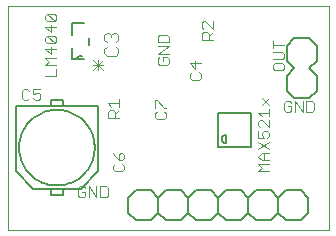
<source format=gto>
G75*
%MOIN*%
%OFA0B0*%
%FSLAX24Y24*%
%IPPOS*%
%LPD*%
%AMOC8*
5,1,8,0,0,1.08239X$1,22.5*
%
%ADD10C,0.0000*%
%ADD11C,0.0030*%
%ADD12C,0.0080*%
%ADD13C,0.0060*%
%ADD14C,0.0040*%
%ADD15C,0.0050*%
D10*
X000100Y000100D02*
X000100Y007588D01*
X010785Y007588D01*
X010785Y000100D01*
X000100Y000100D01*
D11*
X002434Y001259D02*
X002496Y001198D01*
X002619Y001198D01*
X002681Y001259D01*
X002681Y001383D01*
X002557Y001383D01*
X002434Y001506D02*
X002434Y001259D01*
X002434Y001506D02*
X002496Y001568D01*
X002619Y001568D01*
X002681Y001506D01*
X002802Y001568D02*
X003049Y001198D01*
X003049Y001568D01*
X003171Y001568D02*
X003356Y001568D01*
X003417Y001506D01*
X003417Y001259D01*
X003356Y001198D01*
X003171Y001198D01*
X003171Y001568D01*
X002802Y001568D02*
X002802Y001198D01*
X003662Y002076D02*
X003909Y002076D01*
X003971Y002137D01*
X003971Y002261D01*
X003909Y002323D01*
X003909Y002444D02*
X003786Y002444D01*
X003786Y002629D01*
X003847Y002691D01*
X003909Y002691D01*
X003971Y002629D01*
X003971Y002506D01*
X003909Y002444D01*
X003786Y002444D02*
X003662Y002567D01*
X003601Y002691D01*
X003662Y002323D02*
X003601Y002261D01*
X003601Y002137D01*
X003662Y002076D01*
X005062Y003815D02*
X005309Y003815D01*
X005371Y003877D01*
X005371Y004001D01*
X005309Y004062D01*
X005309Y004184D02*
X005371Y004184D01*
X005309Y004184D02*
X005062Y004431D01*
X005001Y004431D01*
X005001Y004184D01*
X005062Y004062D02*
X005001Y004001D01*
X005001Y003877D01*
X005062Y003815D01*
X003796Y003861D02*
X003426Y003861D01*
X003426Y004046D01*
X003487Y004108D01*
X003611Y004108D01*
X003673Y004046D01*
X003673Y003861D01*
X003673Y003984D02*
X003796Y004108D01*
X003796Y004229D02*
X003796Y004476D01*
X003796Y004352D02*
X003426Y004352D01*
X003549Y004229D01*
X003262Y005452D02*
X002949Y005766D01*
X003106Y005766D02*
X003106Y005452D01*
X002949Y005452D02*
X003262Y005766D01*
X003262Y005609D02*
X002949Y005609D01*
X001715Y005601D02*
X001345Y005601D01*
X001468Y005725D01*
X001345Y005848D01*
X001715Y005848D01*
X001530Y005970D02*
X001530Y006217D01*
X001715Y006155D02*
X001345Y006155D01*
X001530Y005970D01*
X001653Y006338D02*
X001406Y006338D01*
X001345Y006400D01*
X001345Y006523D01*
X001406Y006585D01*
X001653Y006338D01*
X001715Y006400D01*
X001715Y006523D01*
X001653Y006585D01*
X001406Y006585D01*
X001530Y006706D02*
X001530Y006953D01*
X001715Y006892D02*
X001345Y006892D01*
X001530Y006706D01*
X001653Y007075D02*
X001406Y007075D01*
X001345Y007136D01*
X001345Y007260D01*
X001406Y007322D01*
X001653Y007075D01*
X001715Y007136D01*
X001715Y007260D01*
X001653Y007322D01*
X001406Y007322D01*
X001715Y005480D02*
X001715Y005233D01*
X001345Y005233D01*
X001179Y004816D02*
X000932Y004816D01*
X000932Y004631D01*
X001056Y004693D01*
X001117Y004693D01*
X001179Y004631D01*
X001179Y004507D01*
X001117Y004446D01*
X000994Y004446D01*
X000932Y004507D01*
X000811Y004507D02*
X000749Y004446D01*
X000626Y004446D01*
X000564Y004507D01*
X000564Y004754D01*
X000626Y004816D01*
X000749Y004816D01*
X000811Y004754D01*
X005085Y005689D02*
X005146Y005627D01*
X005393Y005627D01*
X005455Y005689D01*
X005455Y005812D01*
X005393Y005874D01*
X005270Y005874D01*
X005270Y005750D01*
X005146Y005874D02*
X005085Y005812D01*
X005085Y005689D01*
X005085Y005995D02*
X005455Y006242D01*
X005085Y006242D01*
X005085Y006363D02*
X005085Y006549D01*
X005146Y006610D01*
X005393Y006610D01*
X005455Y006549D01*
X005455Y006363D01*
X005085Y006363D01*
X005085Y005995D02*
X005455Y005995D01*
X006160Y005680D02*
X006345Y005495D01*
X006345Y005742D01*
X006530Y005680D02*
X006160Y005680D01*
X006221Y005374D02*
X006160Y005312D01*
X006160Y005189D01*
X006221Y005127D01*
X006468Y005127D01*
X006530Y005189D01*
X006530Y005312D01*
X006468Y005374D01*
X006553Y006459D02*
X006553Y006645D01*
X006615Y006706D01*
X006738Y006706D01*
X006800Y006645D01*
X006800Y006459D01*
X006924Y006459D02*
X006553Y006459D01*
X006800Y006583D02*
X006924Y006706D01*
X006924Y006828D02*
X006677Y007075D01*
X006615Y007075D01*
X006553Y007013D01*
X006553Y006890D01*
X006615Y006828D01*
X006924Y006828D02*
X006924Y007075D01*
X008923Y006413D02*
X008923Y006167D01*
X008923Y006290D02*
X009294Y006290D01*
X009232Y006045D02*
X008923Y006045D01*
X008923Y005798D02*
X009232Y005798D01*
X009294Y005860D01*
X009294Y005983D01*
X009232Y006045D01*
X009232Y005677D02*
X008985Y005677D01*
X008923Y005615D01*
X008923Y005492D01*
X008985Y005430D01*
X009232Y005430D01*
X009294Y005492D01*
X009294Y005615D01*
X009232Y005677D01*
X008808Y004521D02*
X008561Y004274D01*
X008808Y004274D02*
X008561Y004521D01*
X008808Y004153D02*
X008808Y003906D01*
X008808Y003784D02*
X008808Y003538D01*
X008561Y003784D01*
X008499Y003784D01*
X008438Y003723D01*
X008438Y003599D01*
X008499Y003538D01*
X008438Y003416D02*
X008438Y003169D01*
X008623Y003169D01*
X008561Y003293D01*
X008561Y003354D01*
X008623Y003416D01*
X008746Y003416D01*
X008808Y003354D01*
X008808Y003231D01*
X008746Y003169D01*
X008808Y003048D02*
X008438Y002801D01*
X008561Y002680D02*
X008808Y002680D01*
X008623Y002680D02*
X008623Y002433D01*
X008561Y002433D02*
X008438Y002556D01*
X008561Y002680D01*
X008808Y002801D02*
X008438Y003048D01*
X008561Y002433D02*
X008808Y002433D01*
X008808Y002311D02*
X008438Y002311D01*
X008561Y002188D01*
X008438Y002064D01*
X008808Y002064D01*
X008561Y003906D02*
X008438Y004029D01*
X008808Y004029D01*
X009301Y004107D02*
X009363Y004046D01*
X009487Y004046D01*
X009548Y004107D01*
X009548Y004231D01*
X009425Y004231D01*
X009548Y004354D02*
X009487Y004416D01*
X009363Y004416D01*
X009301Y004354D01*
X009301Y004107D01*
X009670Y004046D02*
X009670Y004416D01*
X009917Y004046D01*
X009917Y004416D01*
X010038Y004416D02*
X010223Y004416D01*
X010285Y004354D01*
X010285Y004107D01*
X010223Y004046D01*
X010038Y004046D01*
X010038Y004416D01*
D12*
X010149Y004506D02*
X009649Y004506D01*
X009399Y004756D01*
X009399Y005256D01*
X009649Y005506D01*
X009399Y005756D01*
X009399Y006256D01*
X009649Y006506D01*
X010149Y006506D01*
X010399Y006256D01*
X010399Y005756D01*
X010149Y005506D01*
X010399Y005256D01*
X010399Y004756D01*
X010149Y004506D01*
X008187Y003998D02*
X008187Y002895D01*
X007084Y002895D01*
X007084Y003998D01*
X008187Y003998D01*
X007360Y003289D02*
X007360Y003013D01*
X007337Y003015D01*
X007315Y003020D01*
X007294Y003030D01*
X007275Y003042D01*
X007258Y003058D01*
X007244Y003076D01*
X007234Y003096D01*
X007226Y003117D01*
X007222Y003140D01*
X007222Y003162D01*
X007226Y003185D01*
X007234Y003206D01*
X007244Y003226D01*
X007258Y003244D01*
X007275Y003260D01*
X007294Y003272D01*
X007315Y003282D01*
X007337Y003287D01*
X007360Y003289D01*
X007354Y001437D02*
X007854Y001437D01*
X008104Y001187D01*
X008104Y000687D01*
X007854Y000437D01*
X007354Y000437D01*
X007104Y000687D01*
X007104Y001187D01*
X007354Y001437D01*
X007104Y001187D02*
X006854Y001437D01*
X006354Y001437D01*
X006104Y001187D01*
X006104Y000687D01*
X005854Y000437D01*
X005354Y000437D01*
X005104Y000687D01*
X005104Y001187D01*
X005354Y001437D01*
X005854Y001437D01*
X006104Y001187D01*
X006104Y000687D02*
X006354Y000437D01*
X006854Y000437D01*
X007104Y000687D01*
X008104Y000687D02*
X008354Y000437D01*
X008854Y000437D01*
X009104Y000687D01*
X009104Y001187D01*
X009354Y001437D01*
X009854Y001437D01*
X010104Y001187D01*
X010104Y000687D01*
X009854Y000437D01*
X009354Y000437D01*
X009104Y000687D01*
X009104Y001187D02*
X008854Y001437D01*
X008354Y001437D01*
X008104Y001187D01*
X005104Y001187D02*
X004854Y001437D01*
X004354Y001437D01*
X004104Y001187D01*
X004104Y000687D01*
X004354Y000437D01*
X004854Y000437D01*
X005104Y000687D01*
D13*
X002627Y005799D02*
X002397Y005799D01*
X002237Y005799D01*
X002237Y006169D01*
X002397Y005799D02*
X002399Y005820D01*
X002405Y005840D01*
X002413Y005858D01*
X002426Y005875D01*
X002440Y005890D01*
X002457Y005902D01*
X002476Y005910D01*
X002496Y005915D01*
X002517Y005917D01*
X002538Y005915D01*
X002558Y005909D01*
X002797Y006269D02*
X002797Y006529D01*
X002237Y006629D02*
X002237Y006999D01*
X002627Y006999D01*
D14*
X003309Y006610D02*
X003385Y006687D01*
X003462Y006687D01*
X003539Y006610D01*
X003616Y006687D01*
X003692Y006687D01*
X003769Y006610D01*
X003769Y006456D01*
X003692Y006380D01*
X003692Y006226D02*
X003769Y006149D01*
X003769Y005996D01*
X003692Y005919D01*
X003385Y005919D01*
X003309Y005996D01*
X003309Y006149D01*
X003385Y006226D01*
X003385Y006380D02*
X003309Y006456D01*
X003309Y006610D01*
X003539Y006610D02*
X003539Y006533D01*
D15*
X001927Y004431D02*
X001533Y004431D01*
X001533Y004234D01*
X001927Y004234D01*
X001927Y004431D01*
X001927Y004234D02*
X003108Y004234D01*
X003108Y002069D01*
X002517Y001478D01*
X001927Y001478D01*
X001927Y001281D01*
X001533Y001281D01*
X001533Y001478D01*
X000943Y001478D01*
X000352Y002069D01*
X000352Y004234D01*
X001533Y004234D01*
X000470Y002856D02*
X000472Y002927D01*
X000478Y002997D01*
X000488Y003067D01*
X000502Y003136D01*
X000519Y003205D01*
X000541Y003272D01*
X000566Y003338D01*
X000595Y003403D01*
X000627Y003465D01*
X000663Y003526D01*
X000702Y003585D01*
X000745Y003642D01*
X000790Y003696D01*
X000839Y003747D01*
X000890Y003796D01*
X000944Y003841D01*
X001001Y003884D01*
X001060Y003923D01*
X001121Y003959D01*
X001183Y003991D01*
X001248Y004020D01*
X001314Y004045D01*
X001381Y004067D01*
X001450Y004084D01*
X001519Y004098D01*
X001589Y004108D01*
X001659Y004114D01*
X001730Y004116D01*
X001801Y004114D01*
X001871Y004108D01*
X001941Y004098D01*
X002010Y004084D01*
X002079Y004067D01*
X002146Y004045D01*
X002212Y004020D01*
X002277Y003991D01*
X002339Y003959D01*
X002400Y003923D01*
X002459Y003884D01*
X002516Y003841D01*
X002570Y003796D01*
X002621Y003747D01*
X002670Y003696D01*
X002715Y003642D01*
X002758Y003585D01*
X002797Y003526D01*
X002833Y003465D01*
X002865Y003403D01*
X002894Y003338D01*
X002919Y003272D01*
X002941Y003205D01*
X002958Y003136D01*
X002972Y003067D01*
X002982Y002997D01*
X002988Y002927D01*
X002990Y002856D01*
X002988Y002785D01*
X002982Y002715D01*
X002972Y002645D01*
X002958Y002576D01*
X002941Y002507D01*
X002919Y002440D01*
X002894Y002374D01*
X002865Y002309D01*
X002833Y002247D01*
X002797Y002186D01*
X002758Y002127D01*
X002715Y002070D01*
X002670Y002016D01*
X002621Y001965D01*
X002570Y001916D01*
X002516Y001871D01*
X002459Y001828D01*
X002400Y001789D01*
X002339Y001753D01*
X002277Y001721D01*
X002212Y001692D01*
X002146Y001667D01*
X002079Y001645D01*
X002010Y001628D01*
X001941Y001614D01*
X001871Y001604D01*
X001801Y001598D01*
X001730Y001596D01*
X001659Y001598D01*
X001589Y001604D01*
X001519Y001614D01*
X001450Y001628D01*
X001381Y001645D01*
X001314Y001667D01*
X001248Y001692D01*
X001183Y001721D01*
X001121Y001753D01*
X001060Y001789D01*
X001001Y001828D01*
X000944Y001871D01*
X000890Y001916D01*
X000839Y001965D01*
X000790Y002016D01*
X000745Y002070D01*
X000702Y002127D01*
X000663Y002186D01*
X000627Y002247D01*
X000595Y002309D01*
X000566Y002374D01*
X000541Y002440D01*
X000519Y002507D01*
X000502Y002576D01*
X000488Y002645D01*
X000478Y002715D01*
X000472Y002785D01*
X000470Y002856D01*
X001533Y001478D02*
X001927Y001478D01*
M02*

</source>
